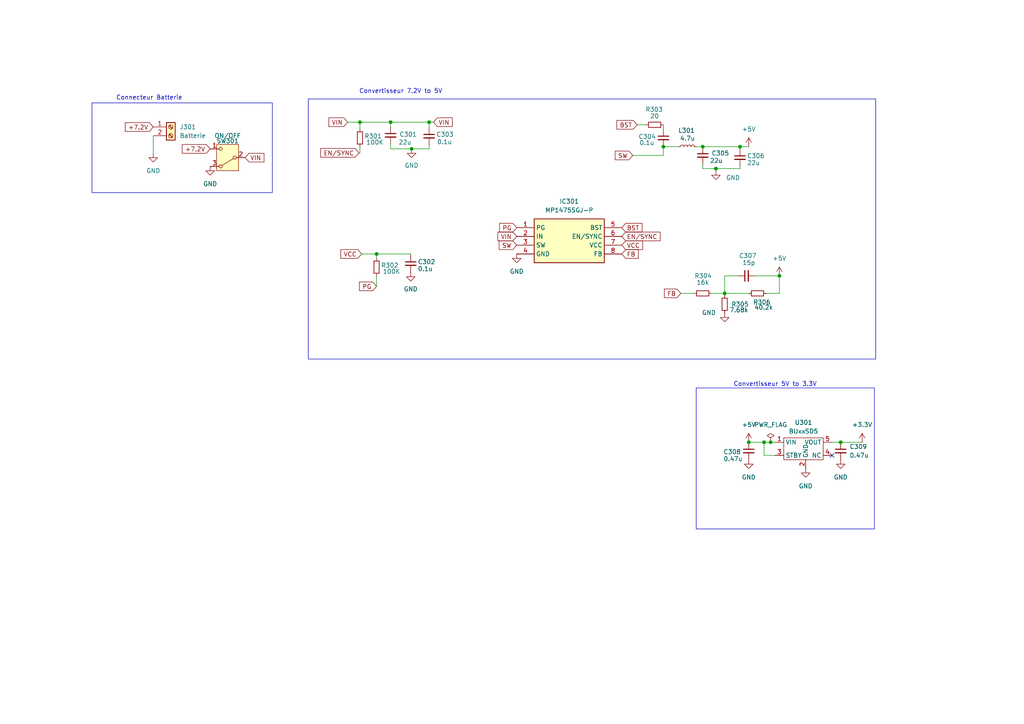
<source format=kicad_sch>
(kicad_sch (version 20231120) (generator "eeschema") (generator_version "8.0")
  (paper "A4")
  (title_block (title "ESE_BAHL") (date "2024-09-17") (rev "v1.09.24") (company "ENSEA"))
  (lib_symbols
    (symbol "Connector:Screw_Terminal_01x02" (pin_names (offset 1.016) hide)
      (property "Reference" "J" (at 0 2.54 0))
      (property "Value" "Screw_Terminal_01x02" (at 0 -5.08 0))
      (symbol "Screw_Terminal_01x02_1_1"
        (rectangle (start -1.27 1.27) (end 1.27 -3.81) (stroke (width 0.254)) (fill (type background)))
        (circle (center 0 -2.54) (radius 0.635) (stroke (width 0.1524)))
        (polyline (pts (xy -0.5334 -2.2098) (xy 0.3302 -3.048)) (stroke (width 0.1524)))
        (polyline (pts (xy -0.5334 0.3302) (xy 0.3302 -0.508)) (stroke (width 0.1524)))
        (polyline (pts (xy -0.3556 -2.032) (xy 0.508 -2.8702)) (stroke (width 0.1524)))
        (polyline (pts (xy -0.3556 0.508) (xy 0.508 -0.3302)) (stroke (width 0.1524)))
        (circle (center 0 0) (radius 0.635) (stroke (width 0.1524)))
        (pin passive line (at -5.08 0 0) (length 3.81) (name "Pin_1") (number "1"))
        (pin passive line (at -5.08 -2.54 0) (length 3.81) (name "Pin_2") (number "2"))
      )
    )
    (symbol "Device:C_Small" (pin_numbers hide) (pin_names (offset 0.254) hide)
      (property "Reference" "C" (at 0.254 1.778 0))
      (property "Value" "C_Small" (at 0.254 -2.032 0))
      (symbol "C_Small_0_1"
        (polyline (pts (xy -1.524 -0.508) (xy 1.524 -0.508)) (stroke (width 0.3302)))
        (polyline (pts (xy -1.524 0.508) (xy 1.524 0.508)) (stroke (width 0.3048)))
      )
      (symbol "C_Small_1_1"
        (pin passive line (at 0 2.54 270) (length 2.032) (name "~") (number "1"))
        (pin passive line (at 0 -2.54 90) (length 2.032) (name "~") (number "2"))
      )
    )
    (symbol "Device:L_Small" (pin_numbers hide) (pin_names (offset 0.254) hide)
      (property "Reference" "L" (at 0.762 1.016 0))
      (property "Value" "L_Small" (at 0.762 -1.016 0))
      (symbol "L_Small_0_1"
        (arc (start 0 -2.032) (mid 0.5058 -1.524) (end 0 -1.016))
        (arc (start 0 -1.016) (mid 0.5058 -0.508) (end 0 0))
        (arc (start 0 0) (mid 0.5058 0.508) (end 0 1.016))
        (arc (start 0 1.016) (mid 0.5058 1.524) (end 0 2.032))
      )
      (symbol "L_Small_1_1"
        (pin passive line (at 0 2.54 270) (length 0.508) (name "~") (number "1"))
        (pin passive line (at 0 -2.54 90) (length 0.508) (name "~") (number "2"))
      )
    )
    (symbol "Device:R_Small" (pin_numbers hide) (pin_names (offset 0.254) hide)
      (property "Reference" "R" (at 0.762 0.508 0))
      (property "Value" "R_Small" (at 0.762 -1.016 0))
      (symbol "R_Small_0_1"
        (rectangle (start -0.762 1.778) (end 0.762 -1.778) (stroke (width 0.2032)))
      )
      (symbol "R_Small_1_1"
        (pin passive line (at 0 2.54 270) (length 0.762) (name "~") (number "1"))
        (pin passive line (at 0 -2.54 90) (length 0.762) (name "~") (number "2"))
      )
    )
    (symbol "ESE_2425:BUxxSD5"
      (property "Reference" "U" (at -1.27 6.35 0))
      (property "Value" "BUxxSD5" (at 6.35 6.35 0))
      (symbol "BUxxSD5_0_1"
        (rectangle (start -2.54 3.81) (end 8.89 -2.54))
      )
      (symbol "BUxxSD5_1_1"
        (pin power_in line (at -5.08 2.54 0) (length 2.54) (name "VIN") (number "1"))
        (pin input line (at 3.81 -5.08 90) (length 2.54) (name "GND") (number "2"))
        (pin input line (at -5.08 -1.27 0) (length 2.54) (name "STBY") (number "3"))
        (pin input line (at 11.43 -1.27 180) (length 2.54) (name "NC") (number "4"))
        (pin power_out line (at 11.43 2.54 180) (length 2.54) (name "VOUT") (number "5"))
      )
    )
    (symbol "MP1475SGJ-P:MP1475SGJ-P"
      (property "Reference" "IC" (at 26.67 7.62 0))
      (property "Value" "MP1475SGJ-P" (at 26.67 5.08 0))
      (symbol "MP1475SGJ-P_1_1"
        (rectangle (start 5.08 2.54) (end 25.4 -10.16) (stroke (width 0.254)) (fill (type background)))
        (pin passive line (at 0 0 0) (length 5.08) (name "PG") (number "1"))
        (pin passive line (at 0 -2.54 0) (length 5.08) (name "IN") (number "2"))
        (pin passive line (at 0 -5.08 0) (length 5.08) (name "SW") (number "3"))
        (pin passive line (at 0 -7.62 0) (length 5.08) (name "GND") (number "4"))
        (pin passive line (at 30.48 0 180) (length 5.08) (name "BST") (number "5"))
        (pin passive line (at 30.48 -2.54 180) (length 5.08) (name "EN/SYNC") (number "6"))
        (pin passive line (at 30.48 -5.08 180) (length 5.08) (name "VCC") (number "7"))
        (pin passive line (at 30.48 -7.62 180) (length 5.08) (name "FB") (number "8"))
      )
    )
    (symbol "Switch:SW_SPDT_321" (pin_names (offset 1) hide)
      (property "Reference" "SW" (at 0 5.08 0))
      (property "Value" "SW_SPDT_321" (at 0 -5.08 0))
      (symbol "SW_SPDT_321_0_1"
        (circle (center -2.032 0) (radius 0.4572))
        (polyline (pts (xy -1.651 0.254) (xy 1.651 2.286)))
        (circle (center 2.032 -2.54) (radius 0.4572))
        (circle (center 2.032 2.54) (radius 0.4572))
      )
      (symbol "SW_SPDT_321_1_1"
        (rectangle (start -3.175 3.81) (end 3.175 -3.81) (fill (type background)))
        (pin passive line (at 5.08 -2.54 180) (length 2.54) (name "C") (number "1"))
        (pin passive line (at -5.08 0 0) (length 2.54) (name "B") (number "2"))
        (pin passive line (at 5.08 2.54 180) (length 2.54) (name "A") (number "3"))
      )
    )
    (symbol "power:+3.3V" (power) (pin_names (offset 0))
      (property "Value" "+3.3V" (at 0 3.556 0))
      (symbol "+3.3V_0_1"
        (polyline (pts (xy -0.762 1.27) (xy 0 2.54)))
        (polyline (pts (xy 0 0) (xy 0 2.54)))
        (polyline (pts (xy 0 2.54) (xy 0.762 1.27)))
      )
      (symbol "+3.3V_1_1"
        (pin power_in line (at 0 0 90) (length 0) hide (name "+3.3V") (number "1"))
      )
    )
    (symbol "power:+5V" (power) (pin_names (offset 0))
      (property "Value" "+5V" (at 0 3.556 0))
      (symbol "+5V_0_1"
        (polyline (pts (xy -0.762 1.27) (xy 0 2.54)))
        (polyline (pts (xy 0 0) (xy 0 2.54)))
        (polyline (pts (xy 0 2.54) (xy 0.762 1.27)))
      )
      (symbol "+5V_1_1"
        (pin power_in line (at 0 0 90) (length 0) hide (name "+5V") (number "1"))
      )
    )
    (symbol "power:GND" (power) (pin_names (offset 0))
      (property "Value" "GND" (at 0 -3.81 0))
      (symbol "GND_0_1"
        (polyline (pts (xy 0 0) (xy 0 -1.27) (xy 1.27 -1.27) (xy 0 -2.54) (xy -1.27 -1.27) (xy 0 -1.27)))
      )
      (symbol "GND_1_1"
        (pin power_in line (at 0 0 270) (length 0) hide (name "GND") (number "1"))
      )
    )
    (symbol "power:PWR_FLAG" (power) (pin_numbers hide) (pin_names (offset 0) hide)
      (property "Value" "PWR_FLAG" (at 0 3.81 0))
      (symbol "PWR_FLAG_0_0"
        (pin power_out line (at 0 0 90) (length 0) (name "~") (number "1"))
      )
      (symbol "PWR_FLAG_0_1"
        (polyline (pts (xy 0 0) (xy 0 1.27) (xy -1.016 1.905) (xy 0 2.54) (xy 1.016 1.905) (xy 0 1.27)))
      )
    )
  )
  (junction (at 243.84 128.27))
  (junction (at 203.835 42.545))
  (junction (at 223.52 128.27))
  (junction (at 124.46 35.433))
  (junction (at 109.22 73.66))
  (junction (at 192.405 42.545))
  (junction (at 210.185 85.09))
  (junction (at 104.394 35.433))
  (junction (at 113.284 35.433))
  (junction (at 221.615 128.27))
  (junction (at 207.645 48.895))
  (junction (at 226.06 80.01))
  (junction (at 217.17 128.27))
  (junction (at 119.38 43.18))
  (junction (at 214.63 42.545))
  (no_connect (at 241.3 132.08))
  (wire (pts (xy 124.46 35.433) (xy 124.46 36.957)))
  (wire (pts (xy 210.185 85.09) (xy 210.185 85.725)))
  (wire (pts (xy 214.63 43.18) (xy 214.63 42.545)))
  (wire (pts (xy 250.063 128.27) (xy 243.84 128.27)))
  (wire (pts (xy 223.52 128.27) (xy 224.79 128.27)))
  (wire (pts (xy 104.394 44.323) (xy 104.14 44.323)))
  (wire (pts (xy 224.79 132.08) (xy 221.615 132.08)))
  (wire (pts (xy 124.46 35.433) (xy 125.73 35.433)))
  (wire (pts (xy 203.835 47.625) (xy 203.835 48.895)))
  (wire (pts (xy 219.075 80.01) (xy 226.06 80.01)))
  (wire (pts (xy 210.185 80.01) (xy 210.185 85.09)))
  (wire (pts (xy 206.375 85.09) (xy 210.185 85.09)))
  (wire (pts (xy 104.902 73.66) (xy 109.22 73.66)))
  (wire (pts (xy 221.615 128.27) (xy 223.52 128.27)))
  (wire (pts (xy 192.405 36.195) (xy 192.405 37.465)))
  (wire (pts (xy 201.93 42.545) (xy 203.835 42.545)))
  (wire (pts (xy 124.46 43.18) (xy 119.38 43.18)))
  (wire (pts (xy 214.63 48.26) (xy 214.63 48.895)))
  (wire (pts (xy 109.22 80.01) (xy 109.22 83.058)))
  (wire (pts (xy 203.835 48.895) (xy 207.645 48.895)))
  (wire (pts (xy 104.394 35.433) (xy 113.284 35.433)))
  (wire (pts (xy 113.284 43.18) (xy 119.38 43.18)))
  (wire (pts (xy 100.838 35.433) (xy 104.394 35.433)))
  (wire (pts (xy 44.45 39.37) (xy 44.45 44.45)))
  (wire (pts (xy 104.394 35.433) (xy 104.394 37.465)))
  (wire (pts (xy 226.06 85.09) (xy 222.25 85.09)))
  (wire (pts (xy 124.46 42.037) (xy 124.46 43.18)))
  (wire (pts (xy 192.405 42.545) (xy 196.85 42.545)))
  (wire (pts (xy 113.284 35.433) (xy 124.46 35.433)))
  (wire (pts (xy 109.22 73.66) (xy 119.126 73.66)))
  (wire (pts (xy 184.785 36.195) (xy 187.325 36.195)))
  (wire (pts (xy 113.284 41.783) (xy 113.284 43.18)))
  (wire (pts (xy 104.394 42.545) (xy 104.394 44.323)))
  (wire (pts (xy 197.485 85.09) (xy 201.295 85.09)))
  (wire (pts (xy 213.995 80.01) (xy 210.185 80.01)))
  (wire (pts (xy 119.126 73.66) (xy 119.126 73.914)))
  (wire (pts (xy 241.3 128.27) (xy 243.84 128.27)))
  (wire (pts (xy 214.63 42.545) (xy 217.17 42.545)))
  (wire (pts (xy 203.835 42.545) (xy 214.63 42.545)))
  (wire (pts (xy 109.22 74.93) (xy 109.22 73.66)))
  (wire (pts (xy 221.615 132.08) (xy 221.615 128.27)))
  (wire (pts (xy 226.06 80.01) (xy 226.06 85.09)))
  (wire (pts (xy 210.185 85.09) (xy 217.17 85.09)))
  (wire (pts (xy 207.645 48.895) (xy 207.645 49.53)))
  (wire (pts (xy 113.284 35.433) (xy 113.284 36.703)))
  (wire (pts (xy 207.645 48.895) (xy 214.63 48.895)))
  (wire (pts (xy 183.515 45.085) (xy 192.405 45.085)))
  (wire (pts (xy 192.405 45.085) (xy 192.405 42.545)))
  (wire (pts (xy 217.17 128.27) (xy 221.615 128.27)))
  (rectangle (start 26.67 29.845) (end 78.994 55.88))
  (rectangle (start 201.93 112.522) (end 253.619 153.416))
  (rectangle (start 89.408 28.702) (end 254 104.14))
  (text "Convertisseur 5V to 3.3V" (at 212.725 112.268 0) (effects (font (size 1.27 1.27)) (justify left bottom)))
  (text "Convertisseur 7.2V to 5V" (at 104.14 27.305 0) (effects (font (size 1.27 1.27)) (justify left bottom)))
  (text "Connecteur Batterie" (at 33.655 29.21 0) (effects (font (size 1.27 1.27)) (justify left bottom)))
  (global_label "BST" (shape input) (at 180.34 66.04 0) (property "Intersheetrefs" "${INTERSHEET_REFS}" (effects (hide yes))))
  (global_label "PG" (shape input) (at 149.86 66.04 180) (property "Intersheetrefs" "${INTERSHEET_REFS}" (effects (hide yes))))
  (global_label "SW" (shape input) (at 183.515 45.085 180) (property "Intersheetrefs" "${INTERSHEET_REFS}" (effects (hide yes))))
  (global_label "VCC" (shape input) (at 104.902 73.66 180) (property "Intersheetrefs" "${INTERSHEET_REFS}" (effects (hide yes))))
  (global_label "FB" (shape input) (at 197.485 85.09 180) (property "Intersheetrefs" "${INTERSHEET_REFS}" (effects (hide yes))))
  (global_label "+7.2V" (shape input) (at 44.45 36.83 180) (property "Intersheetrefs" "${INTERSHEET_REFS}" (effects (hide yes))))
  (global_label "VIN" (shape input) (at 125.73 35.433 0) (property "Intersheetrefs" "${INTERSHEET_REFS}" (effects (hide yes))))
  (global_label "VIN" (shape input) (at 100.838 35.433 180) (property "Intersheetrefs" "${INTERSHEET_REFS}" (effects (hide yes))))
  (global_label "EN{slash}SYNC" (shape input) (at 180.34 68.58 0) (property "Intersheetrefs" "${INTERSHEET_REFS}" (effects (hide yes))))
  (global_label "+7.2V" (shape input) (at 60.96 43.18 180) (property "Intersheetrefs" "${INTERSHEET_REFS}" (effects (hide yes))))
  (global_label "EN{slash}SYNC" (shape input) (at 104.14 44.323 180) (property "Intersheetrefs" "${INTERSHEET_REFS}" (effects (hide yes))))
  (global_label "PG" (shape input) (at 109.22 83.058 180) (property "Intersheetrefs" "${INTERSHEET_REFS}" (effects (hide yes))))
  (global_label "SW" (shape input) (at 149.86 71.12 180) (property "Intersheetrefs" "${INTERSHEET_REFS}" (effects (hide yes))))
  (global_label "VIN" (shape input) (at 149.86 68.58 180) (property "Intersheetrefs" "${INTERSHEET_REFS}" (effects (hide yes))))
  (global_label "VCC" (shape input) (at 180.34 71.12 0) (property "Intersheetrefs" "${INTERSHEET_REFS}" (effects (hide yes))))
  (global_label "FB" (shape input) (at 180.34 73.66 0) (property "Intersheetrefs" "${INTERSHEET_REFS}" (effects (hide yes))))
  (global_label "BST" (shape input) (at 184.785 36.195 180) (property "Intersheetrefs" "${INTERSHEET_REFS}" (effects (hide yes))))
  (global_label "VIN" (shape input) (at 71.12 45.72 0) (property "Intersheetrefs" "${INTERSHEET_REFS}" (effects (hide yes))))
  (symbol (lib_id "Device:C_Small") (at 216.535 80.01 90) (unit 1)
    (property "Reference" "C307" (at 219.456 74.168 90) (effects (justify left)))
    (property "Value" "15p" (at 219.075 76.2 90) (effects (justify left)))
    (property "Footprint" "Capacitor_SMD:C_0402_1005Metric_Pad0.74x0.62mm_HandSolder" (effects (hide yes)))
  )
  (symbol (lib_id "power:+5V") (at 226.06 80.01 0) (unit 1)
    (property "Reference" "#PWR0311" (effects (hide yes)))
    (property "Value" "+5V" (at 226.06 74.93 0))
  )
  (symbol (lib_id "Device:L_Small") (at 199.39 42.545 90) (unit 1)
    (property "Reference" "L301" (at 199.136 37.846 90))
    (property "Value" "4.7u" (at 199.39 40.132 90))
    (property "Footprint" "Capacitor_SMD:C_0402_1005Metric_Pad0.74x0.62mm_HandSolder" (effects (hide yes)))
  )
  (symbol (lib_id "power:GND") (at 243.84 133.35 0) (unit 1)
    (property "Reference" "#PWR0313" (effects (hide yes)))
    (property "Value" "GND" (at 243.84 138.43 0))
  )
  (symbol (lib_id "Device:C_Small") (at 214.63 45.72 0) (unit 1)
    (property "Reference" "C306" (at 216.662 45.212 0) (effects (justify left)))
    (property "Value" "22u" (at 216.662 47.244 0) (effects (justify left)))
    (property "Footprint" "Capacitor_SMD:C_0603_1608Metric_Pad1.08x0.95mm_HandSolder" (effects (hide yes)))
  )
  (symbol (lib_id "power:+5V") (at 217.17 128.27 0) (unit 1)
    (property "Reference" "#PWR0309" (effects (hide yes)))
    (property "Value" "+5V" (at 217.17 123.19 0))
  )
  (symbol (lib_id "Device:C_Small") (at 124.46 39.497 0) (unit 1)
    (property "Reference" "C303" (at 126.492 38.989 0) (effects (justify left)))
    (property "Value" "0.1u" (at 126.746 41.148 0) (effects (justify left)))
    (property "Footprint" "Capacitor_SMD:C_0402_1005Metric_Pad0.74x0.62mm_HandSolder" (effects (hide yes)))
  )
  (symbol (lib_id "power:GND") (at 119.126 78.994 0) (unit 1)
    (property "Reference" "#PWR0303" (effects (hide yes)))
    (property "Value" "GND" (at 119.126 83.82 0))
  )
  (symbol (lib_id "Switch:SW_SPDT_321") (at 66.04 45.72 180) (unit 1)
    (property "Reference" "SW301" (at 66.04 40.894 0))
    (property "Value" "ON/OFF" (at 66.04 39.37 0))
    (property "Footprint" "STM32:SWITCH TOGGLE SPDT 1A 30V" (effects (hide yes)))
    (property "Description" "Switch, single pole double throw" (effects (hide yes)))
  )
  (symbol (lib_id "power:PWR_FLAG") (at 223.52 128.27 0) (unit 1)
    (property "Reference" "#FLG0301" (effects (hide yes)))
    (property "Value" "PWR_FLAG" (at 223.52 123.19 0))
    (property "Description" "Special symbol for telling ERC where power comes from" (effects (hide yes)))
  )
  (symbol (lib_id "power:GND") (at 207.645 49.53 0) (unit 1)
    (property "Reference" "#PWR0306" (effects (hide yes)))
    (property "Value" "GND" (at 212.598 51.562 0))
  )
  (symbol (lib_id "Connector:Screw_Terminal_01x02") (at 49.53 36.83 0) (unit 1)
    (property "Reference" "J301" (at 52.07 36.83 0) (effects (justify left)))
    (property "Value" "Batterie" (at 52.07 39.37 0) (effects (justify left)))
    (property "Footprint" "Connector_JST:JST_EH_B2B-EH-A_1x02_P2.50mm_Vertical" (effects (hide yes)))
  )
  (symbol (lib_id "power:GND") (at 210.185 90.805 0) (unit 1)
    (property "Reference" "#PWR0307" (effects (hide yes)))
    (property "Value" "GND" (at 205.613 90.678 0))
  )
  (symbol (lib_id "ESE_2425:BUxxSD5") (at 229.87 130.81 0) (unit 1)
    (property "Reference" "U301" (at 233.045 122.555 0))
    (property "Value" "BUxxSD5" (at 233.045 125.095 0))
    (property "Footprint" "Package_TO_SOT_SMD:SOT-23-5_HandSoldering" (effects (hide yes)))
    (property "Datasheet" "https://docs.rs-online.com/73f1/0900766b81539973.pdf" (effects (hide yes)))
  )
  (symbol (lib_id "power:GND") (at 119.38 43.18 0) (unit 1)
    (property "Reference" "#PWR0304" (effects (hide yes)))
    (property "Value" "GND" (at 119.38 48.006 0))
  )
  (symbol (lib_id "power:GND") (at 44.45 44.45 0) (unit 1)
    (property "Reference" "#PWR0301" (effects (hide yes)))
    (property "Value" "GND" (at 44.45 49.53 0))
  )
  (symbol (lib_id "Device:R_Small") (at 203.835 85.09 90) (unit 1)
    (property "Reference" "R304" (at 203.962 80.01 90))
    (property "Value" "16k" (at 203.835 81.915 90))
    (property "Footprint" "Resistor_SMD:R_0402_1005Metric_Pad0.72x0.64mm_HandSolder" (effects (hide yes)))
  )
  (symbol (lib_id "Device:R_Small") (at 189.865 36.195 90) (unit 1)
    (property "Reference" "R303" (at 189.738 31.75 90))
    (property "Value" "20" (at 189.865 33.655 90))
    (property "Footprint" "Resistor_SMD:R_0402_1005Metric_Pad0.72x0.64mm_HandSolder" (effects (hide yes)))
  )
  (symbol (lib_id "Device:C_Small") (at 192.405 40.005 0) (unit 1)
    (property "Reference" "C304" (at 185.166 39.624 0) (effects (justify left)))
    (property "Value" "0.1u" (at 185.42 41.402 0) (effects (justify left)))
    (property "Footprint" "Capacitor_SMD:C_0402_1005Metric_Pad0.74x0.62mm_HandSolder" (effects (hide yes)))
  )
  (symbol (lib_id "Device:R_Small") (at 219.71 85.09 90) (unit 1)
    (property "Reference" "R306" (at 220.98 87.63 90))
    (property "Value" "40.2k" (at 221.488 89.154 90))
    (property "Footprint" "Resistor_SMD:R_0402_1005Metric_Pad0.72x0.64mm_HandSolder" (effects (hide yes)))
  )
  (symbol (lib_id "Device:C_Small") (at 203.835 45.085 0) (unit 1)
    (property "Reference" "C305" (at 206.375 44.45 0) (effects (justify left)))
    (property "Value" "22u" (at 205.867 46.609 0) (effects (justify left)))
    (property "Footprint" "Capacitor_SMD:C_0603_1608Metric_Pad1.08x0.95mm_HandSolder" (effects (hide yes)))
  )
  (symbol (lib_id "Device:C_Small") (at 113.284 39.243 0) (unit 1)
    (property "Reference" "C301" (at 115.824 38.989 0) (effects (justify left)))
    (property "Value" "22u" (at 115.57 41.275 0) (effects (justify left)))
    (property "Footprint" "Capacitor_SMD:C_0603_1608Metric_Pad1.08x0.95mm_HandSolder" (effects (hide yes)))
  )
  (symbol (lib_id "power:GND") (at 149.86 73.66 0) (unit 1)
    (property "Reference" "#PWR0305" (effects (hide yes)))
    (property "Value" "GND" (at 149.86 78.74 0))
  )
  (symbol (lib_id "Device:C_Small") (at 243.84 130.81 0) (unit 1)
    (property "Reference" "C309" (at 246.38 129.5463 0) (effects (justify left)))
    (property "Value" "0.47u" (at 246.38 132.0863 0) (effects (justify left)))
    (property "Footprint" "Capacitor_SMD:C_0402_1005Metric_Pad0.74x0.62mm_HandSolder" (effects (hide yes)))
  )
  (symbol (lib_id "Device:C_Small") (at 217.17 130.81 0) (unit 1)
    (property "Reference" "C308" (at 209.804 131.064 0) (effects (justify left)))
    (property "Value" "0.47u" (at 209.804 133.096 0) (effects (justify left)))
    (property "Footprint" "Capacitor_SMD:C_0402_1005Metric_Pad0.74x0.62mm_HandSolder" (effects (hide yes)))
  )
  (symbol (lib_id "Device:R_Small") (at 109.22 77.47 0) (unit 1)
    (property "Reference" "R302" (at 110.49 76.962 0) (effects (justify left)))
    (property "Value" "100K" (at 110.998 78.74 0) (effects (justify left)))
    (property "Footprint" "Resistor_SMD:R_0402_1005Metric_Pad0.72x0.64mm_HandSolder" (effects (hide yes)))
  )
  (symbol (lib_id "Device:R_Small") (at 104.394 40.005 0) (unit 1)
    (property "Reference" "R301" (at 105.664 39.497 0) (effects (justify left)))
    (property "Value" "100K" (at 106.172 41.275 0) (effects (justify left)))
    (property "Footprint" "Resistor_SMD:R_0402_1005Metric_Pad0.72x0.64mm_HandSolder" (effects (hide yes)))
  )
  (symbol (lib_id "power:GND") (at 233.68 135.89 0) (unit 1)
    (property "Reference" "#PWR0312" (effects (hide yes)))
    (property "Value" "GND" (at 233.68 140.97 0))
  )
  (symbol (lib_id "power:GND") (at 217.17 133.35 0) (unit 1)
    (property "Reference" "#PWR0310" (effects (hide yes)))
    (property "Value" "GND" (at 217.17 138.43 0))
  )
  (symbol (lib_id "Device:R_Small") (at 210.185 88.265 0) (unit 1)
    (property "Reference" "R305" (at 212.09 88.265 0) (effects (justify left)))
    (property "Value" "7.68k" (at 211.582 89.916 0) (effects (justify left)))
    (property "Footprint" "Resistor_SMD:R_0402_1005Metric_Pad0.72x0.64mm_HandSolder" (effects (hide yes)))
  )
  (symbol (lib_id "power:+5V") (at 217.17 42.545 0) (unit 1)
    (property "Reference" "#PWR0308" (effects (hide yes)))
    (property "Value" "+5V" (at 217.17 37.465 0))
  )
  (symbol (lib_id "power:GND") (at 60.96 48.26 0) (unit 1)
    (property "Reference" "#PWR0302" (effects (hide yes)))
    (property "Value" "GND" (at 60.96 53.34 0))
  )
  (symbol (lib_id "MP1475SGJ-P:MP1475SGJ-P") (at 149.86 66.04 0) (unit 1)
    (property "Reference" "IC301" (at 165.1 58.42 0))
    (property "Value" "MP1475SGJ-P" (at 165.1 60.96 0))
    (property "Footprint" "Package_TO_SOT_SMD:TSOT-23-8_HandSoldering" (effects (hide yes)))
    (property "Datasheet" "http://media.digikey.com/pdf/Data%20Sheets/Monolithic%20Power%20PDF" (effects (hide yes)))
    (property "Height" "1" (effects (hide yes)))
    (property "Mouser Part Number" "946-MP1475SGJ-P" (effects (hide yes)))
    (property "Mouser Price/Stock" "https://www.mouser.co.uk/ProductDetail/Monolithic-Power-Systems-MPS/MP1475SGJ-P?qs=FIQZoK1q933LtAjxu26L8w%3D%3D" (effects (hide yes)))
    (property "Manufacturer_Name" "Monolithic Power Systems (MPS)" (effects (hide yes)))
    (property "Manufacturer_Part_Number" "MP1475SGJ-P" (effects (hide yes)))
  )
  (symbol (lib_id "Device:C_Small") (at 119.126 76.454 0) (unit 1)
    (property "Reference" "C302" (at 121.158 75.946 0) (effects (justify left)))
    (property "Value" "0.1u" (at 121.158 77.978 0) (effects (justify left)))
    (property "Footprint" "Capacitor_SMD:C_0402_1005Metric_Pad0.74x0.62mm_HandSolder" (effects (hide yes)))
  )
  (symbol (lib_id "power:+3.3V") (at 250.063 128.27 0) (unit 1)
    (property "Reference" "#PWR0314" (effects (hide yes)))
    (property "Value" "+3.3V" (at 250.063 123.19 0))
  )
)
</source>
